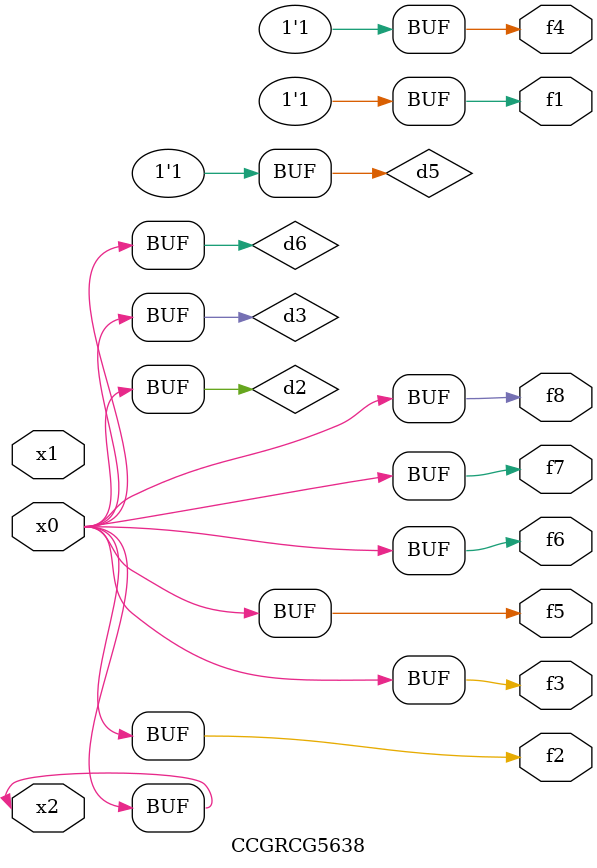
<source format=v>
module CCGRCG5638(
	input x0, x1, x2,
	output f1, f2, f3, f4, f5, f6, f7, f8
);

	wire d1, d2, d3, d4, d5, d6;

	xnor (d1, x2);
	buf (d2, x0, x2);
	and (d3, x0);
	xnor (d4, x1, x2);
	nand (d5, d1, d3);
	buf (d6, d2, d3);
	assign f1 = d5;
	assign f2 = d6;
	assign f3 = d6;
	assign f4 = d5;
	assign f5 = d6;
	assign f6 = d6;
	assign f7 = d6;
	assign f8 = d6;
endmodule

</source>
